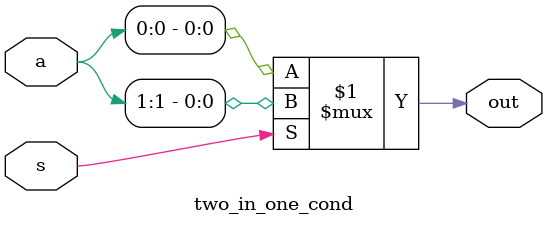
<source format=v>

module two_in_one_cond(a,s,out);

input [1:0]a;
input s;
output out;
assign out=s? a[1] : a[0];
endmodule 
</source>
